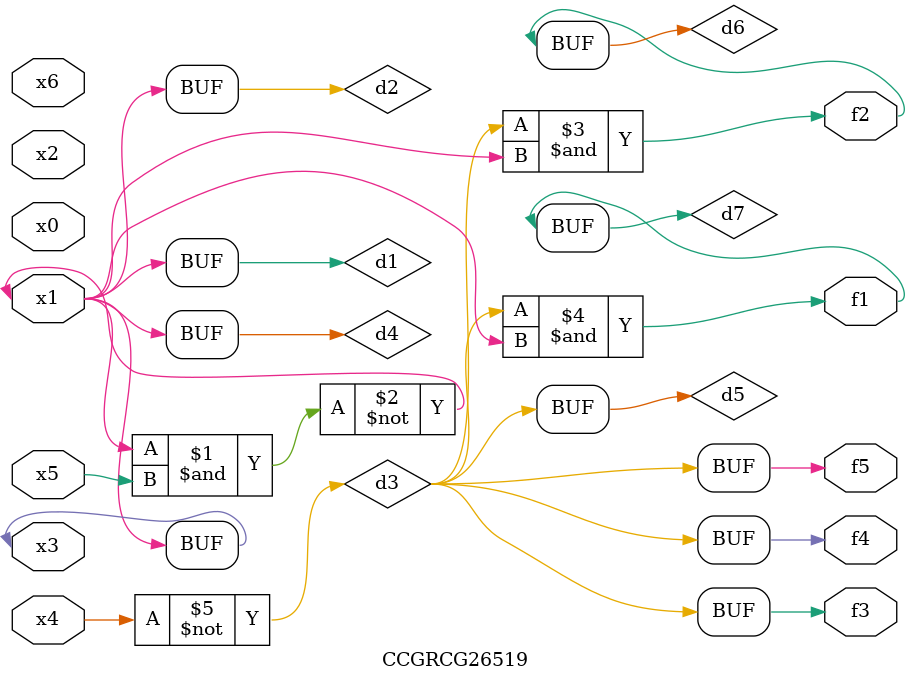
<source format=v>
module CCGRCG26519(
	input x0, x1, x2, x3, x4, x5, x6,
	output f1, f2, f3, f4, f5
);

	wire d1, d2, d3, d4, d5, d6, d7;

	buf (d1, x1, x3);
	nand (d2, x1, x5);
	not (d3, x4);
	buf (d4, d1, d2);
	buf (d5, d3);
	and (d6, d3, d4);
	and (d7, d3, d4);
	assign f1 = d7;
	assign f2 = d6;
	assign f3 = d5;
	assign f4 = d5;
	assign f5 = d5;
endmodule

</source>
